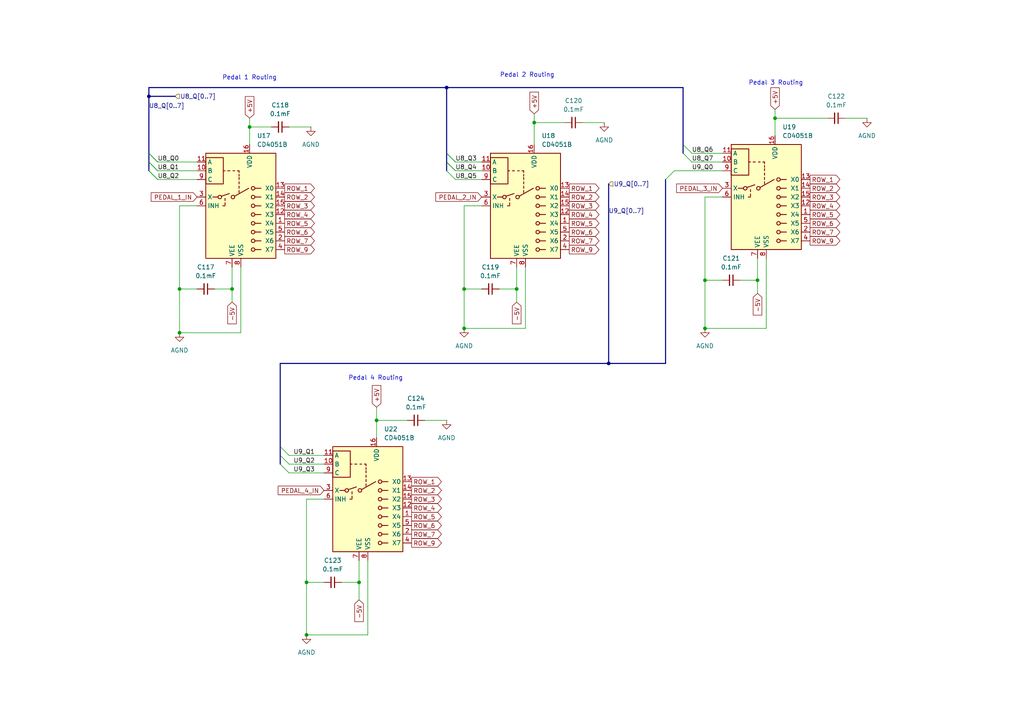
<source format=kicad_sch>
(kicad_sch (version 20250114) (generator "eeschema") (generator_version "9.0")
  (paper "A4")
  (lib_symbols
    (symbol "Analog_Switch:CD4051B"
      (property "Reference" "U" (at -10.16 16.51 0))
      (property "Value" "CD4051B" (at 3.81 16.51 0))
      (symbol "CD4051B_0_1"
        (rectangle (start -10.16 15.24) (end 10.16 -15.24) (stroke (width 0.254)) (fill (type background)))
        (rectangle (start -10.16 6.35) (end -5.08 13.97) (stroke (width 0.254)))
        (polyline (pts (xy -8.128 2.54) (xy -6.604 2.54)) (stroke (width 0.254)))
        (circle (center -6.096 2.54) (radius 0.508) (stroke (width 0.254)))
        (polyline (pts (xy -5.588 2.794) (xy -3.302 3.556)) (stroke (width 0.254)))
        (polyline (pts (xy -4.572 10.16) (xy -5.08 10.16)) (stroke (width 0.254)))
        (polyline (pts (xy -4.572 1.524) (xy -4.572 2.159)) (stroke (width 0.254)))
        (polyline (pts (xy -4.572 0.254) (xy -4.572 0.889)) (stroke (width 0.254)))
        (polyline (pts (xy -4.572 0) (xy -5.207 0)) (stroke (width 0.254)))
        (polyline (pts (xy -3.81 10.16) (xy -3.175 10.16)) (stroke (width 0.254)))
        (circle (center -2.286 2.54) (radius 0.508) (stroke (width 0.254)))
        (polyline (pts (xy -1.778 10.16) (xy -2.286 10.16)) (stroke (width 0.254)))
        (polyline (pts (xy -1.778 2.794) (xy 2.286 5.08)) (stroke (width 0.254)))
        (polyline (pts (xy -0.508 10.16) (xy -1.016 10.16)) (stroke (width 0.254)))
        (polyline (pts (xy -0.508 9.652) (xy -0.508 10.16)) (stroke (width 0.254)))
        (polyline (pts (xy -0.508 8.636) (xy -0.508 9.144)) (stroke (width 0.254)))
        (polyline (pts (xy -0.508 7.62) (xy -0.508 8.255)) (stroke (width 0.254)))
        (polyline (pts (xy -0.508 6.35) (xy -0.508 6.985)) (stroke (width 0.254)))
        (polyline (pts (xy -0.508 5.08) (xy -0.508 5.715)) (stroke (width 0.254)))
        (polyline (pts (xy -0.508 3.81) (xy -0.508 4.445)) (stroke (width 0.254)))
        (circle (center 3.556 5.08) (radius 0.508) (stroke (width 0.254)))
        (circle (center 3.556 2.54) (radius 0.508) (stroke (width 0.254)))
        (circle (center 3.556 0) (radius 0.508) (stroke (width 0.254)))
        (circle (center 3.556 -2.54) (radius 0.508) (stroke (width 0.254)))
        (circle (center 3.556 -5.08) (radius 0.508) (stroke (width 0.254)))
        (circle (center 3.556 -7.62) (radius 0.508) (stroke (width 0.254)))
        (circle (center 3.556 -10.16) (radius 0.508) (stroke (width 0.254)))
        (circle (center 3.556 -12.7) (radius 0.508) (stroke (width 0.254)))
        (polyline (pts (xy 4.064 5.08) (xy 5.842 5.08)) (stroke (width 0.254)))
        (polyline (pts (xy 4.064 2.54) (xy 5.842 2.54)) (stroke (width 0.254)))
        (polyline (pts (xy 4.064 0) (xy 5.842 0)) (stroke (width 0.254)))
        (polyline (pts (xy 4.064 -2.54) (xy 5.842 -2.54)) (stroke (width 0.254)))
        (polyline (pts (xy 4.064 -5.08) (xy 5.842 -5.08)) (stroke (width 0.254)))
        (polyline (pts (xy 4.064 -7.62) (xy 5.842 -7.62)) (stroke (width 0.254)))
        (polyline (pts (xy 4.064 -10.16) (xy 5.842 -10.16)) (stroke (width 0.254)))
        (polyline (pts (xy 4.064 -12.7) (xy 5.842 -12.7)) (stroke (width 0.254)))
      )
      (symbol "CD4051B_1_1"
        (pin input line (at -12.7 12.7 0) (length 2.54) (name "A") (number "11"))
        (pin input line (at -12.7 10.16 0) (length 2.54) (name "B") (number "10"))
        (pin input line (at -12.7 7.62 0) (length 2.54) (name "C") (number "9"))
        (pin bidirectional line (at -12.7 2.54 0) (length 2.54) (name "X") (number "3"))
        (pin input line (at -12.7 0 0) (length 2.54) (name "INH") (number "6"))
        (pin power_in line (at -2.54 -17.78 90) (length 2.54) (name "VEE") (number "7"))
        (pin power_in line (at 0 -17.78 90) (length 2.54) (name "VSS") (number "8"))
        (pin power_in line (at 2.54 17.78 270) (length 2.54) (name "VDD") (number "16"))
        (pin bidirectional line (at 12.7 5.08 180) (length 2.54) (name "X0") (number "13"))
        (pin bidirectional line (at 12.7 2.54 180) (length 2.54) (name "X1") (number "14"))
        (pin bidirectional line (at 12.7 0 180) (length 2.54) (name "X2") (number "15"))
        (pin bidirectional line (at 12.7 -2.54 180) (length 2.54) (name "X3") (number "12"))
        (pin bidirectional line (at 12.7 -5.08 180) (length 2.54) (name "X4") (number "1"))
        (pin bidirectional line (at 12.7 -7.62 180) (length 2.54) (name "X5") (number "5"))
        (pin bidirectional line (at 12.7 -10.16 180) (length 2.54) (name "X6") (number "2"))
        (pin bidirectional line (at 12.7 -12.7 180) (length 2.54) (name "X7") (number "4"))
      )
    )
    (symbol "Device:C_Small" (pin_numbers (hide yes)) (pin_names (offset 0.254) (hide yes))
      (property "Reference" "C" (at 0.254 1.778 0))
      (property "Value" "C_Small" (at 0.254 -2.032 0))
      (symbol "C_Small_0_1"
        (polyline (pts (xy -1.524 0.508) (xy 1.524 0.508)) (stroke (width 0.3048)))
        (polyline (pts (xy -1.524 -0.508) (xy 1.524 -0.508)) (stroke (width 0.3302)))
      )
      (symbol "C_Small_1_1"
        (pin passive line (at 0 2.54 270) (length 2.032) (name "~") (number "1"))
        (pin passive line (at 0 -2.54 90) (length 2.032) (name "~") (number "2"))
      )
    )
    (symbol "power:GND" (power) (pin_numbers (hide yes)) (pin_names (offset 0) (hide yes))
      (property "Value" "GND" (at 0 -3.81 0))
      (symbol "GND_0_1"
        (polyline (pts (xy 0 0) (xy 0 -1.27) (xy 1.27 -1.27) (xy 0 -2.54) (xy -1.27 -1.27) (xy 0 -1.27)))
      )
      (symbol "GND_1_1"
        (pin power_in line (at 0 0 270) (length 0) (name "~") (number "1"))
      )
    )
  )
  (text "Pedal 2 Routing" (at 152.908 21.844 0) (effects (font (size 1.27 1.27))))
  (text "Pedal 3 Routing" (at 225.044 24.13 0) (effects (font (size 1.27 1.27))))
  (text "Pedal 4 Routing" (at 108.966 109.728 0) (effects (font (size 1.27 1.27))))
  (text "Pedal 1 Routing" (at 72.39 22.606 0) (effects (font (size 1.27 1.27))))
  (junction (at 204.47 95.25))
  (junction (at 219.71 81.28))
  (junction (at 204.47 81.28))
  (junction (at 43.18 27.94))
  (junction (at 134.62 83.82))
  (junction (at 149.86 83.82))
  (junction (at 129.54 25.4))
  (junction (at 88.9 168.91))
  (junction (at 224.79 34.29))
  (junction (at 88.9 184.15))
  (junction (at 134.62 95.25))
  (junction (at 104.14 168.91))
  (junction (at 72.39 36.83))
  (junction (at 52.07 83.82))
  (junction (at 67.31 83.82))
  (junction (at 109.22 121.92))
  (junction (at 176.53 105.41))
  (junction (at 52.07 96.52))
  (junction (at 154.94 35.56))
  (bus_entry (at 129.54 46.99) (size 2.54 2.54))
  (bus_entry (at 43.18 44.45) (size 2.54 2.54))
  (bus_entry (at 129.54 46.99) (size 2.54 2.54))
  (bus_entry (at 81.28 132.08) (size 2.54 2.54))
  (bus_entry (at 129.54 49.53) (size 2.54 2.54))
  (bus_entry (at 81.28 134.62) (size 2.54 2.54))
  (bus_entry (at 43.18 46.99) (size 2.54 2.54))
  (bus_entry (at 198.12 44.45) (size 2.54 2.54))
  (bus_entry (at 129.54 44.45) (size 2.54 2.54))
  (bus_entry (at 193.04 52.07) (size 2.54 -2.54))
  (bus_entry (at 198.12 41.91) (size 2.54 2.54))
  (bus_entry (at 129.54 44.45) (size 2.54 2.54))
  (bus_entry (at 43.18 44.45) (size 2.54 2.54))
  (bus_entry (at 81.28 129.54) (size 2.54 2.54))
  (bus_entry (at 43.18 49.53) (size 2.54 2.54))
  (bus_entry (at 43.18 46.99) (size 2.54 2.54))
  (bus_entry (at 43.18 49.53) (size 2.54 2.54))
  (wire (pts (xy 245.11 34.29) (xy 251.46 34.29)))
  (wire (pts (xy 72.39 36.83) (xy 72.39 41.91)))
  (bus (pts (xy 81.28 129.54) (xy 81.28 132.08)))
  (wire (pts (xy 168.91 35.56) (xy 175.26 35.56)))
  (wire (pts (xy 104.14 168.91) (xy 99.06 168.91)))
  (wire (pts (xy 154.94 33.02) (xy 154.94 35.56)))
  (bus (pts (xy 43.18 46.99) (xy 43.18 49.53)))
  (wire (pts (xy 204.47 81.28) (xy 204.47 95.25)))
  (wire (pts (xy 57.15 59.69) (xy 52.07 59.69)))
  (wire (pts (xy 200.66 44.45) (xy 209.55 44.45)))
  (wire (pts (xy 209.55 57.15) (xy 204.47 57.15)))
  (wire (pts (xy 224.79 39.37) (xy 224.79 34.29)))
  (wire (pts (xy 69.85 96.52) (xy 52.07 96.52)))
  (wire (pts (xy 134.62 83.82) (xy 134.62 95.25)))
  (wire (pts (xy 149.86 83.82) (xy 149.86 77.47)))
  (wire (pts (xy 88.9 168.91) (xy 88.9 184.15)))
  (bus (pts (xy 43.18 44.45) (xy 43.18 46.99)))
  (bus (pts (xy 176.53 53.34) (xy 176.53 105.41)))
  (wire (pts (xy 219.71 81.28) (xy 219.71 74.93)))
  (wire (pts (xy 52.07 83.82) (xy 57.15 83.82)))
  (wire (pts (xy 104.14 173.99) (xy 104.14 168.91)))
  (wire (pts (xy 69.85 77.47) (xy 69.85 96.52)))
  (wire (pts (xy 88.9 144.78) (xy 88.9 168.91)))
  (wire (pts (xy 152.4 77.47) (xy 152.4 95.25)))
  (wire (pts (xy 67.31 87.63) (xy 67.31 83.82)))
  (wire (pts (xy 204.47 81.28) (xy 209.55 81.28)))
  (wire (pts (xy 52.07 83.82) (xy 52.07 96.52)))
  (bus (pts (xy 81.28 132.08) (xy 81.28 134.62)))
  (bus (pts (xy 198.12 41.91) (xy 198.12 44.45)))
  (wire (pts (xy 222.25 74.93) (xy 222.25 95.25)))
  (wire (pts (xy 109.22 121.92) (xy 118.11 121.92)))
  (wire (pts (xy 222.25 95.25) (xy 204.47 95.25)))
  (wire (pts (xy 106.68 162.56) (xy 106.68 184.15)))
  (bus (pts (xy 50.8 27.94) (xy 43.18 27.94)))
  (wire (pts (xy 88.9 168.91) (xy 93.98 168.91)))
  (bus (pts (xy 129.54 25.4) (xy 129.54 44.45)))
  (wire (pts (xy 83.82 132.08) (xy 93.98 132.08)))
  (wire (pts (xy 152.4 95.25) (xy 134.62 95.25)))
  (wire (pts (xy 109.22 118.11) (xy 109.22 121.92)))
  (wire (pts (xy 224.79 34.29) (xy 224.79 31.75)))
  (wire (pts (xy 224.79 34.29) (xy 240.03 34.29)))
  (wire (pts (xy 154.94 35.56) (xy 154.94 41.91)))
  (wire (pts (xy 123.19 121.92) (xy 129.54 121.92)))
  (wire (pts (xy 83.82 134.62) (xy 93.98 134.62)))
  (wire (pts (xy 62.23 83.82) (xy 67.31 83.82)))
  (wire (pts (xy 67.31 83.82) (xy 67.31 77.47)))
  (wire (pts (xy 134.62 59.69) (xy 134.62 83.82)))
  (wire (pts (xy 219.71 81.28) (xy 214.63 81.28)))
  (bus (pts (xy 129.54 46.99) (xy 129.54 49.53)))
  (bus (pts (xy 43.18 27.94) (xy 43.18 44.45)))
  (bus (pts (xy 198.12 25.4) (xy 198.12 41.91)))
  (bus (pts (xy 129.54 44.45) (xy 129.54 46.99)))
  (wire (pts (xy 83.82 36.83) (xy 90.17 36.83)))
  (wire (pts (xy 106.68 184.15) (xy 88.9 184.15)))
  (bus (pts (xy 193.04 52.07) (xy 193.04 105.41)))
  (wire (pts (xy 93.98 144.78) (xy 88.9 144.78)))
  (wire (pts (xy 154.94 35.56) (xy 163.83 35.56)))
  (bus (pts (xy 43.18 25.4) (xy 129.54 25.4)))
  (wire (pts (xy 149.86 83.82) (xy 144.78 83.82)))
  (bus (pts (xy 43.18 25.4) (xy 43.18 27.94)))
  (bus (pts (xy 81.28 105.41) (xy 81.28 129.54)))
  (wire (pts (xy 45.72 46.99) (xy 57.15 46.99)))
  (wire (pts (xy 83.82 137.16) (xy 93.98 137.16)))
  (bus (pts (xy 129.54 25.4) (xy 198.12 25.4)))
  (wire (pts (xy 132.08 52.07) (xy 139.7 52.07)))
  (wire (pts (xy 72.39 36.83) (xy 78.74 36.83)))
  (wire (pts (xy 45.72 52.07) (xy 57.15 52.07)))
  (wire (pts (xy 104.14 168.91) (xy 104.14 162.56)))
  (wire (pts (xy 134.62 83.82) (xy 139.7 83.82)))
  (wire (pts (xy 139.7 59.69) (xy 134.62 59.69)))
  (wire (pts (xy 195.58 49.53) (xy 209.55 49.53)))
  (wire (pts (xy 132.08 46.99) (xy 139.7 46.99)))
  (bus (pts (xy 176.53 105.41) (xy 81.28 105.41)))
  (wire (pts (xy 204.47 57.15) (xy 204.47 81.28)))
  (wire (pts (xy 200.66 46.99) (xy 209.55 46.99)))
  (wire (pts (xy 52.07 59.69) (xy 52.07 83.82)))
  (wire (pts (xy 45.72 49.53) (xy 57.15 49.53)))
  (bus (pts (xy 176.53 105.41) (xy 193.04 105.41)))
  (wire (pts (xy 109.22 121.92) (xy 109.22 127)))
  (wire (pts (xy 219.71 85.09) (xy 219.71 81.28)))
  (wire (pts (xy 149.86 87.63) (xy 149.86 83.82)))
  (wire (pts (xy 132.08 49.53) (xy 139.7 49.53)))
  (wire (pts (xy 72.39 34.29) (xy 72.39 36.83)))
  (label "U9_Q3" (at 85.09 137.16 0))
  (label "U9_Q[0..7]" (at 176.53 62.23 0))
  (label "U8_Q6" (at 200.66 44.45 0))
  (label "U8_Q2" (at 45.72 52.07 0))
  (label "U9_Q2" (at 85.09 134.62 0))
  (label "U8_Q1" (at 45.72 49.53 0))
  (label "U8_Q3" (at 132.08 46.99 0))
  (label "U9_Q0" (at 200.66 49.53 0))
  (label "U8_Q0" (at 45.72 46.99 0))
  (label "U8_Q4" (at 132.08 49.53 0))
  (label "U8_Q[0..7]" (at 43.18 31.75 0))
  (label "U8_Q7" (at 200.66 46.99 0))
  (label "U8_Q5" (at 132.08 52.07 0))
  (label "U9_Q1" (at 85.09 132.08 0))
  (global_label "ROW_3" (shape output) (at 82.55 59.69 0) (property "Intersheetrefs" "${INTERSHEET_REFS}" (effects (hide yes))))
  (global_label "ROW_5" (shape output) (at 82.55 64.77 0) (property "Intersheetrefs" "${INTERSHEET_REFS}" (effects (hide yes))))
  (global_label "-5V" (shape input) (at 104.14 173.99 270) (property "Intersheetrefs" "${INTERSHEET_REFS}" (effects (hide yes))))
  (global_label "ROW_3" (shape output) (at 165.1 59.69 0) (property "Intersheetrefs" "${INTERSHEET_REFS}" (effects (hide yes))))
  (global_label "ROW_4" (shape output) (at 119.38 147.32 0) (property "Intersheetrefs" "${INTERSHEET_REFS}" (effects (hide yes))))
  (global_label "ROW_9" (shape output) (at 165.1 72.39 0) (property "Intersheetrefs" "${INTERSHEET_REFS}" (effects (hide yes))))
  (global_label "ROW_2" (shape output) (at 119.38 142.24 0) (property "Intersheetrefs" "${INTERSHEET_REFS}" (effects (hide yes))))
  (global_label "+5V" (shape input) (at 109.22 118.11 90) (property "Intersheetrefs" "${INTERSHEET_REFS}" (effects (hide yes))))
  (global_label "ROW_7" (shape output) (at 234.95 67.31 0) (property "Intersheetrefs" "${INTERSHEET_REFS}" (effects (hide yes))))
  (global_label "ROW_5" (shape output) (at 119.38 149.86 0) (property "Intersheetrefs" "${INTERSHEET_REFS}" (effects (hide yes))))
  (global_label "ROW_6" (shape output) (at 234.95 64.77 0) (property "Intersheetrefs" "${INTERSHEET_REFS}" (effects (hide yes))))
  (global_label "ROW_4" (shape output) (at 165.1 62.23 0) (property "Intersheetrefs" "${INTERSHEET_REFS}" (effects (hide yes))))
  (global_label "ROW_9" (shape output) (at 82.55 72.39 0) (property "Intersheetrefs" "${INTERSHEET_REFS}" (effects (hide yes))))
  (global_label "ROW_7" (shape output) (at 165.1 69.85 0) (property "Intersheetrefs" "${INTERSHEET_REFS}" (effects (hide yes))))
  (global_label "ROW_6" (shape output) (at 165.1 67.31 0) (property "Intersheetrefs" "${INTERSHEET_REFS}" (effects (hide yes))))
  (global_label "ROW_6" (shape output) (at 82.55 67.31 0) (property "Intersheetrefs" "${INTERSHEET_REFS}" (effects (hide yes))))
  (global_label "PEDAL_2_IN" (shape input) (at 139.7 57.15 180) (property "Intersheetrefs" "${INTERSHEET_REFS}" (effects (hide yes))))
  (global_label "ROW_1" (shape output) (at 82.55 54.61 0) (property "Intersheetrefs" "${INTERSHEET_REFS}" (effects (hide yes))))
  (global_label "ROW_5" (shape output) (at 234.95 62.23 0) (property "Intersheetrefs" "${INTERSHEET_REFS}" (effects (hide yes))))
  (global_label "PEDAL_1_IN" (shape input) (at 57.15 57.15 180) (property "Intersheetrefs" "${INTERSHEET_REFS}" (effects (hide yes))))
  (global_label "ROW_3" (shape output) (at 234.95 57.15 0) (property "Intersheetrefs" "${INTERSHEET_REFS}" (effects (hide yes))))
  (global_label "+5V" (shape input) (at 72.39 34.29 90) (property "Intersheetrefs" "${INTERSHEET_REFS}" (effects (hide yes))))
  (global_label "PEDAL_4_IN" (shape input) (at 93.98 142.24 180) (property "Intersheetrefs" "${INTERSHEET_REFS}" (effects (hide yes))))
  (global_label "-5V" (shape input) (at 149.86 87.63 270) (property "Intersheetrefs" "${INTERSHEET_REFS}" (effects (hide yes))))
  (global_label "PEDAL_3_IN" (shape input) (at 209.55 54.61 180) (property "Intersheetrefs" "${INTERSHEET_REFS}" (effects (hide yes))))
  (global_label "ROW_6" (shape output) (at 119.38 152.4 0) (property "Intersheetrefs" "${INTERSHEET_REFS}" (effects (hide yes))))
  (global_label "ROW_5" (shape output) (at 165.1 64.77 0) (property "Intersheetrefs" "${INTERSHEET_REFS}" (effects (hide yes))))
  (global_label "ROW_4" (shape output) (at 82.55 62.23 0) (property "Intersheetrefs" "${INTERSHEET_REFS}" (effects (hide yes))))
  (global_label "ROW_7" (shape output) (at 82.55 69.85 0) (property "Intersheetrefs" "${INTERSHEET_REFS}" (effects (hide yes))))
  (global_label "ROW_2" (shape output) (at 82.55 57.15 0) (property "Intersheetrefs" "${INTERSHEET_REFS}" (effects (hide yes))))
  (global_label "ROW_1" (shape output) (at 165.1 54.61 0) (property "Intersheetrefs" "${INTERSHEET_REFS}" (effects (hide yes))))
  (global_label "-5V" (shape input) (at 219.71 85.09 270) (property "Intersheetrefs" "${INTERSHEET_REFS}" (effects (hide yes))))
  (global_label "ROW_1" (shape output) (at 119.38 139.7 0) (property "Intersheetrefs" "${INTERSHEET_REFS}" (effects (hide yes))))
  (global_label "ROW_7" (shape output) (at 119.38 154.94 0) (property "Intersheetrefs" "${INTERSHEET_REFS}" (effects (hide yes))))
  (global_label "+5V" (shape input) (at 224.79 31.75 90) (property "Intersheetrefs" "${INTERSHEET_REFS}" (effects (hide yes))))
  (global_label "ROW_1" (shape output) (at 234.95 52.07 0) (property "Intersheetrefs" "${INTERSHEET_REFS}" (effects (hide yes))))
  (global_label "ROW_9" (shape output) (at 119.38 157.48 0) (property "Intersheetrefs" "${INTERSHEET_REFS}" (effects (hide yes))))
  (global_label "-5V" (shape input) (at 67.31 87.63 270) (property "Intersheetrefs" "${INTERSHEET_REFS}" (effects (hide yes))))
  (global_label "ROW_4" (shape output) (at 234.95 59.69 0) (property "Intersheetrefs" "${INTERSHEET_REFS}" (effects (hide yes))))
  (global_label "+5V" (shape input) (at 154.94 33.02 90) (property "Intersheetrefs" "${INTERSHEET_REFS}" (effects (hide yes))))
  (global_label "ROW_3" (shape output) (at 119.38 144.78 0) (property "Intersheetrefs" "${INTERSHEET_REFS}" (effects (hide yes))))
  (global_label "ROW_2" (shape output) (at 234.95 54.61 0) (property "Intersheetrefs" "${INTERSHEET_REFS}" (effects (hide yes))))
  (global_label "ROW_2" (shape output) (at 165.1 57.15 0) (property "Intersheetrefs" "${INTERSHEET_REFS}" (effects (hide yes))))
  (global_label "ROW_9" (shape output) (at 234.95 69.85 0) (property "Intersheetrefs" "${INTERSHEET_REFS}" (effects (hide yes))))
  (hierarchical_label "U8_Q[0..7]" (shape input) (at 50.8 27.94 0))
  (hierarchical_label "U9_Q[0..7]" (shape input) (at 176.53 53.34 0))
  (symbol (lib_id "power:GND") (at 52.07 96.52 0) (unit 1)
    (property "Reference" "#PWR0503" (effects (hide yes)))
    (property "Value" "AGND" (at 52.07 101.6 0))
    (property "Description" "Power symbol creates a global label with name \"GND\" , ground" (effects (hide yes)))
  )
  (symbol (lib_id "power:GND") (at 129.54 121.92 0) (unit 1)
    (property "Reference" "#PWR0508" (effects (hide yes)))
    (property "Value" "AGND" (at 129.54 127 0))
    (property "Description" "Power symbol creates a global label with name \"GND\" , ground" (effects (hide yes)))
  )
  (symbol (lib_id "power:GND") (at 175.26 35.56 0) (unit 1)
    (property "Reference" "#PWR0505" (effects (hide yes)))
    (property "Value" "AGND" (at 175.26 40.64 0))
    (property "Description" "Power symbol creates a global label with name \"GND\" , ground" (effects (hide yes)))
  )
  (symbol (lib_id "Analog_Switch:CD4051B") (at 222.25 57.15 0) (unit 1)
    (property "Reference" "U19" (at 226.9333 36.83 0) (effects (justify left)))
    (property "Value" "CD4051B" (at 226.9333 39.37 0) (effects (justify left)))
    (property "Footprint" "Package_DIP:CERDIP-16_W7.62mm_SideBrazed" (effects (hide yes)))
    (property "Datasheet" "http://www.ti.com/lit/ds/symlink/cd4052b.pdf" (effects (hide yes)))
    (property "Description" "CMOS single 8-channel analog multiplexer demultiplexer, TSSOP-16/DIP-16/SOIC-16" (effects (hide yes)))
  )
  (symbol (lib_id "power:GND") (at 134.62 95.25 0) (unit 1)
    (property "Reference" "#PWR0501" (effects (hide yes)))
    (property "Value" "AGND" (at 134.62 100.33 0))
    (property "Description" "Power symbol creates a global label with name \"GND\" , ground" (effects (hide yes)))
  )
  (symbol (lib_id "Device:C_Small") (at 166.37 35.56 270) (unit 1)
    (property "Reference" "C120" (at 166.3636 29.21 90))
    (property "Value" "0.1mF" (at 166.3636 31.75 90))
    (property "Footprint" "Capacitor_THT:C_Axial_L3.8mm_D2.6mm_P7.50mm_Horizontal" (effects (hide yes)))
    (property "Description" "Unpolarized capacitor, small symbol" (effects (hide yes)))
  )
  (symbol (lib_id "Analog_Switch:CD4051B") (at 152.4 59.69 0) (unit 1)
    (property "Reference" "U18" (at 157.0833 39.37 0) (effects (justify left)))
    (property "Value" "CD4051B" (at 157.0833 41.91 0) (effects (justify left)))
    (property "Footprint" "Package_DIP:CERDIP-16_W7.62mm_SideBrazed" (effects (hide yes)))
    (property "Datasheet" "http://www.ti.com/lit/ds/symlink/cd4052b.pdf" (effects (hide yes)))
    (property "Description" "CMOS single 8-channel analog multiplexer demultiplexer, TSSOP-16/DIP-16/SOIC-16" (effects (hide yes)))
  )
  (symbol (lib_id "power:GND") (at 90.17 36.83 0) (unit 1)
    (property "Reference" "#PWR0506" (effects (hide yes)))
    (property "Value" "AGND" (at 90.17 41.91 0))
    (property "Description" "Power symbol creates a global label with name \"GND\" , ground" (effects (hide yes)))
  )
  (symbol (lib_id "power:GND") (at 88.9 184.15 0) (unit 1)
    (property "Reference" "#PWR0504" (effects (hide yes)))
    (property "Value" "AGND" (at 88.9 189.23 0))
    (property "Description" "Power symbol creates a global label with name \"GND\" , ground" (effects (hide yes)))
  )
  (symbol (lib_id "Device:C_Small") (at 142.24 83.82 270) (unit 1)
    (property "Reference" "C119" (at 142.2336 77.47 90))
    (property "Value" "0.1mF" (at 142.2336 80.01 90))
    (property "Footprint" "Capacitor_THT:C_Axial_L3.8mm_D2.6mm_P7.50mm_Horizontal" (effects (hide yes)))
    (property "Description" "Unpolarized capacitor, small symbol" (effects (hide yes)))
  )
  (symbol (lib_id "power:GND") (at 204.47 95.25 0) (unit 1)
    (property "Reference" "#PWR0502" (effects (hide yes)))
    (property "Value" "AGND" (at 204.47 100.33 0))
    (property "Description" "Power symbol creates a global label with name \"GND\" , ground" (effects (hide yes)))
  )
  (symbol (lib_id "power:GND") (at 251.46 34.29 0) (unit 1)
    (property "Reference" "#PWR0507" (effects (hide yes)))
    (property "Value" "AGND" (at 251.46 39.37 0))
    (property "Description" "Power symbol creates a global label with name \"GND\" , ground" (effects (hide yes)))
  )
  (symbol (lib_id "Analog_Switch:CD4051B") (at 69.85 59.69 0) (unit 1)
    (property "Reference" "U17" (at 74.5333 39.37 0) (effects (justify left)))
    (property "Value" "CD4051B" (at 74.5333 41.91 0) (effects (justify left)))
    (property "Footprint" "Package_DIP:CERDIP-16_W7.62mm_SideBrazed" (effects (hide yes)))
    (property "Datasheet" "http://www.ti.com/lit/ds/symlink/cd4052b.pdf" (effects (hide yes)))
    (property "Description" "CMOS single 8-channel analog multiplexer demultiplexer, TSSOP-16/DIP-16/SOIC-16" (effects (hide yes)))
  )
  (symbol (lib_id "Device:C_Small") (at 120.65 121.92 270) (unit 1)
    (property "Reference" "C124" (at 120.6436 115.57 90))
    (property "Value" "0.1mF" (at 120.6436 118.11 90))
    (property "Footprint" "Capacitor_THT:C_Axial_L3.8mm_D2.6mm_P7.50mm_Horizontal" (effects (hide yes)))
    (property "Description" "Unpolarized capacitor, small symbol" (effects (hide yes)))
  )
  (symbol (lib_id "Analog_Switch:CD4051B") (at 106.68 144.78 0) (unit 1)
    (property "Reference" "U22" (at 111.3633 124.46 0) (effects (justify left)))
    (property "Value" "CD4051B" (at 111.3633 127 0) (effects (justify left)))
    (property "Footprint" "Package_DIP:CERDIP-16_W7.62mm_SideBrazed" (effects (hide yes)))
    (property "Datasheet" "http://www.ti.com/lit/ds/symlink/cd4052b.pdf" (effects (hide yes)))
    (property "Description" "CMOS single 8-channel analog multiplexer demultiplexer, TSSOP-16/DIP-16/SOIC-16" (effects (hide yes)))
  )
  (symbol (lib_id "Device:C_Small") (at 59.69 83.82 270) (unit 1)
    (property "Reference" "C117" (at 59.6836 77.47 90))
    (property "Value" "0.1mF" (at 59.6836 80.01 90))
    (property "Footprint" "Capacitor_THT:C_Axial_L3.8mm_D2.6mm_P7.50mm_Horizontal" (effects (hide yes)))
    (property "Description" "Unpolarized capacitor, small symbol" (effects (hide yes)))
  )
  (symbol (lib_id "Device:C_Small") (at 81.28 36.83 270) (unit 1)
    (property "Reference" "C118" (at 81.2736 30.48 90))
    (property "Value" "0.1mF" (at 81.2736 33.02 90))
    (property "Footprint" "Capacitor_THT:C_Axial_L3.8mm_D2.6mm_P7.50mm_Horizontal" (effects (hide yes)))
    (property "Description" "Unpolarized capacitor, small symbol" (effects (hide yes)))
  )
  (symbol (lib_id "Device:C_Small") (at 96.52 168.91 270) (unit 1)
    (property "Reference" "C123" (at 96.5136 162.56 90))
    (property "Value" "0.1mF" (at 96.5136 165.1 90))
    (property "Footprint" "Capacitor_THT:C_Axial_L3.8mm_D2.6mm_P7.50mm_Horizontal" (effects (hide yes)))
    (property "Description" "Unpolarized capacitor, small symbol" (effects (hide yes)))
  )
  (symbol (lib_id "Device:C_Small") (at 242.57 34.29 270) (unit 1)
    (property "Reference" "C122" (at 242.5636 27.94 90))
    (property "Value" "0.1mF" (at 242.5636 30.48 90))
    (property "Footprint" "Capacitor_THT:C_Axial_L3.8mm_D2.6mm_P7.50mm_Horizontal" (effects (hide yes)))
    (property "Description" "Unpolarized capacitor, small symbol" (effects (hide yes)))
  )
  (symbol (lib_id "Device:C_Small") (at 212.09 81.28 270) (unit 1)
    (property "Reference" "C121" (at 212.0836 74.93 90))
    (property "Value" "0.1mF" (at 212.0836 77.47 90))
    (property "Footprint" "Capacitor_THT:C_Axial_L3.8mm_D2.6mm_P7.50mm_Horizontal" (effects (hide yes)))
    (property "Description" "Unpolarized capacitor, small symbol" (effects (hide yes)))
  )
)
</source>
